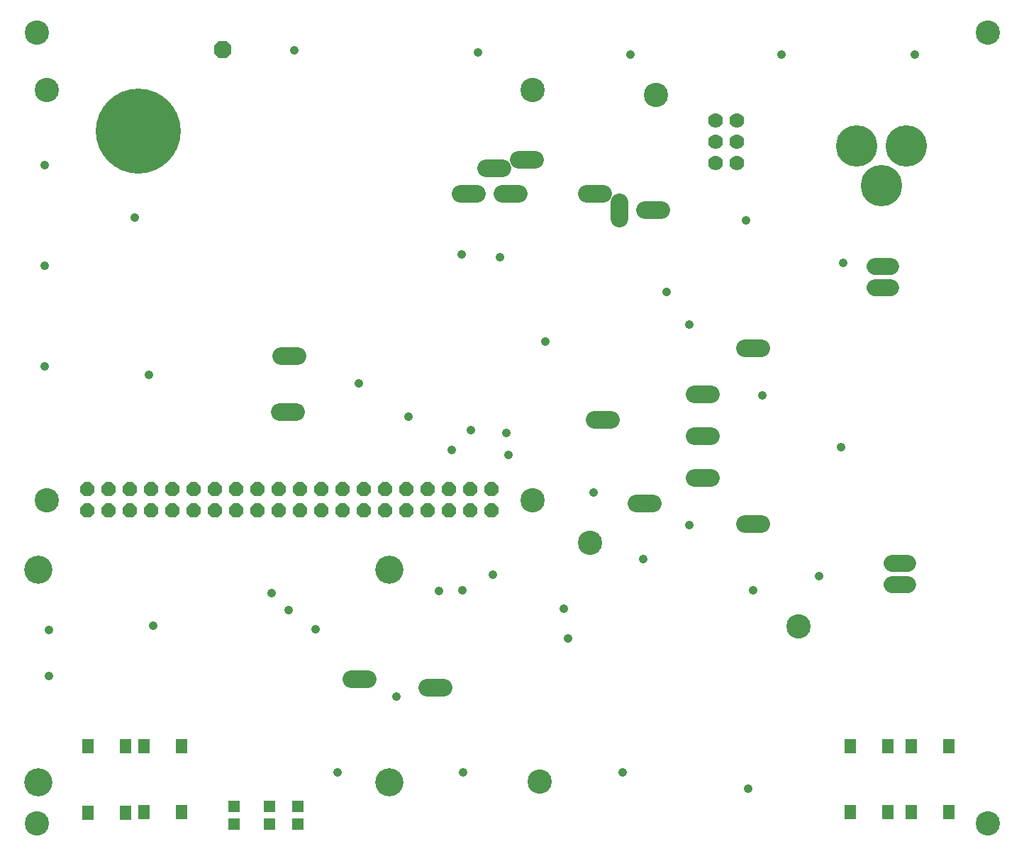
<source format=gts>
G75*
%MOIN*%
%OFA0B0*%
%FSLAX24Y24*%
%IPPOS*%
%LPD*%
%AMOC8*
5,1,8,0,0,1.08239X$1,22.5*
%
%ADD10C,0.1143*%
%ADD11C,0.0828*%
%ADD12C,0.1950*%
%ADD13C,0.0700*%
%ADD14R,0.0572X0.0670*%
%ADD15R,0.0532X0.0532*%
%ADD16C,0.3997*%
%ADD17OC8,0.0820*%
%ADD18C,0.1320*%
%ADD19OC8,0.0660*%
%ADD20C,0.0800*%
%ADD21C,0.0414*%
D10*
X001562Y001480D03*
X002015Y016696D03*
X002015Y035988D03*
X001562Y038685D03*
X024849Y035988D03*
X030656Y035751D03*
X046247Y038685D03*
X024849Y016696D03*
X027546Y014669D03*
X037349Y010751D03*
X046247Y001480D03*
X025184Y003448D03*
D11*
X020637Y007897D02*
X019869Y007897D01*
X017094Y008291D02*
X016326Y008291D01*
X029712Y016559D02*
X030479Y016559D01*
X032468Y017740D02*
X033235Y017740D01*
X033235Y019708D02*
X032468Y019708D01*
X032468Y021677D02*
X033235Y021677D01*
X034830Y023842D02*
X035597Y023842D01*
X028511Y020496D02*
X027743Y020496D01*
X034830Y015574D02*
X035597Y015574D01*
X028924Y029964D02*
X028924Y030732D01*
X028137Y031126D02*
X027369Y031126D01*
X030105Y030338D02*
X030873Y030338D01*
X024968Y032700D02*
X024200Y032700D01*
X023412Y032307D02*
X022645Y032307D01*
X022231Y031126D02*
X021464Y031126D01*
X023412Y031126D02*
X024180Y031126D01*
X013786Y023488D02*
X013019Y023488D01*
X012940Y020850D02*
X013708Y020850D01*
D12*
X040080Y033340D03*
X041261Y031490D03*
X042403Y033340D03*
D13*
X034454Y033566D03*
X034454Y032566D03*
X033454Y032566D03*
X033454Y033566D03*
X033454Y034566D03*
X034454Y034566D03*
D14*
X039781Y005131D03*
X041552Y005131D03*
X042655Y005131D03*
X044426Y005131D03*
X044426Y002001D03*
X042655Y002001D03*
X041552Y002001D03*
X039781Y002001D03*
X008363Y002001D03*
X006592Y002001D03*
X005735Y001972D03*
X003964Y001972D03*
X003964Y005102D03*
X005735Y005102D03*
X006592Y005131D03*
X008363Y005131D03*
D15*
X010834Y002287D03*
X010834Y001460D03*
X012477Y001460D03*
X012477Y002287D03*
X013826Y002287D03*
X013826Y001460D03*
D16*
X006326Y034039D03*
D17*
X010273Y037877D03*
D18*
X018125Y013419D03*
X018125Y003419D03*
X001625Y003419D03*
X001625Y013419D03*
D19*
X003934Y016216D03*
X004934Y016216D03*
X005934Y016216D03*
X006934Y016216D03*
X007934Y016216D03*
X008934Y016216D03*
X009934Y016216D03*
X010934Y016216D03*
X011934Y016216D03*
X012934Y016216D03*
X013934Y016216D03*
X014934Y016216D03*
X015934Y016216D03*
X016934Y016216D03*
X017934Y016216D03*
X018934Y016216D03*
X019934Y016216D03*
X020934Y016216D03*
X021934Y016216D03*
X022934Y016216D03*
X022934Y017216D03*
X021934Y017216D03*
X020934Y017216D03*
X019934Y017216D03*
X018934Y017216D03*
X017934Y017216D03*
X016934Y017216D03*
X015934Y017216D03*
X014934Y017216D03*
X013934Y017216D03*
X012934Y017216D03*
X011934Y017216D03*
X010934Y017216D03*
X009934Y017216D03*
X008934Y017216D03*
X007934Y017216D03*
X006934Y017216D03*
X005934Y017216D03*
X004934Y017216D03*
X003934Y017216D03*
D20*
X040956Y026677D02*
X041696Y026677D01*
X041696Y027677D02*
X040956Y027677D01*
X041743Y013700D02*
X042483Y013700D01*
X042483Y012700D02*
X041743Y012700D01*
D21*
X038334Y013114D03*
X035223Y012444D03*
X032221Y015505D03*
X030056Y013931D03*
X026316Y011568D03*
X026513Y010190D03*
X022979Y013173D03*
X021562Y012464D03*
X020460Y012425D03*
X018442Y007435D03*
X014653Y010614D03*
X013373Y011519D03*
X012586Y012307D03*
X007025Y010781D03*
X002103Y010584D03*
X002103Y008419D03*
X015686Y003891D03*
X021592Y003891D03*
X029072Y003891D03*
X034977Y003104D03*
X027723Y017051D03*
X023708Y018803D03*
X023629Y019866D03*
X021936Y019984D03*
X021050Y019049D03*
X019032Y020624D03*
X016670Y022198D03*
X021523Y028251D03*
X023334Y028114D03*
X025450Y024147D03*
X031139Y026480D03*
X032221Y024954D03*
X035637Y021618D03*
X039357Y019196D03*
X039456Y027858D03*
X034869Y029846D03*
X036552Y037651D03*
X042802Y037651D03*
X029466Y037651D03*
X022281Y037750D03*
X013668Y037848D03*
X006139Y029974D03*
X001906Y027710D03*
X001906Y032435D03*
X001906Y022986D03*
X006828Y022592D03*
M02*

</source>
